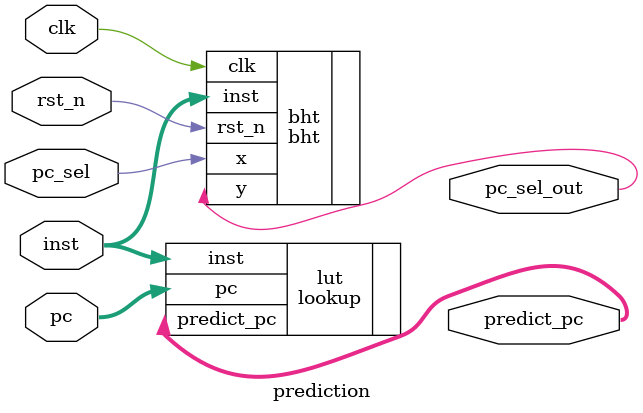
<source format=v>
module prediction (input clk, rst_n,
                   input [31:0] pc, inst,
                   input pc_sel,
                   output pc_sel_out,
                   output [31:0] predict_pc);


lookup lut (.pc(pc), .predict_pc(predict_pc), .inst(inst));
bht bht (.clk(clk), .rst_n(rst_n), .x(pc_sel), .y(pc_sel_out), .inst(inst));

endmodule
</source>
